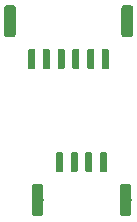
<source format=gbr>
G04 #@! TF.GenerationSoftware,KiCad,Pcbnew,(5.1.0-0)*
G04 #@! TF.CreationDate,2019-06-19T09:49:27-07:00*
G04 #@! TF.ProjectId,differential_i2c,64696666-6572-4656-9e74-69616c5f6932,rev?*
G04 #@! TF.SameCoordinates,Original*
G04 #@! TF.FileFunction,Paste,Top*
G04 #@! TF.FilePolarity,Positive*
%FSLAX46Y46*%
G04 Gerber Fmt 4.6, Leading zero omitted, Abs format (unit mm)*
G04 Created by KiCad (PCBNEW (5.1.0-0)) date 2019-06-19 09:49:27*
%MOMM*%
%LPD*%
G04 APERTURE LIST*
%ADD10C,0.100000*%
%ADD11C,1.000000*%
%ADD12C,0.600000*%
G04 APERTURE END LIST*
D10*
G36*
X119099504Y-60701204D02*
G01*
X119123773Y-60704804D01*
X119147571Y-60710765D01*
X119170671Y-60719030D01*
X119192849Y-60729520D01*
X119213893Y-60742133D01*
X119233598Y-60756747D01*
X119251777Y-60773223D01*
X119268253Y-60791402D01*
X119282867Y-60811107D01*
X119295480Y-60832151D01*
X119305970Y-60854329D01*
X119314235Y-60877429D01*
X119320196Y-60901227D01*
X119323796Y-60925496D01*
X119325000Y-60950000D01*
X119325000Y-63150000D01*
X119323796Y-63174504D01*
X119320196Y-63198773D01*
X119314235Y-63222571D01*
X119305970Y-63245671D01*
X119295480Y-63267849D01*
X119282867Y-63288893D01*
X119268253Y-63308598D01*
X119251777Y-63326777D01*
X119233598Y-63343253D01*
X119213893Y-63357867D01*
X119192849Y-63370480D01*
X119170671Y-63380970D01*
X119147571Y-63389235D01*
X119123773Y-63395196D01*
X119099504Y-63398796D01*
X119075000Y-63400000D01*
X118575000Y-63400000D01*
X118550496Y-63398796D01*
X118526227Y-63395196D01*
X118502429Y-63389235D01*
X118479329Y-63380970D01*
X118457151Y-63370480D01*
X118436107Y-63357867D01*
X118416402Y-63343253D01*
X118398223Y-63326777D01*
X118381747Y-63308598D01*
X118367133Y-63288893D01*
X118354520Y-63267849D01*
X118344030Y-63245671D01*
X118335765Y-63222571D01*
X118329804Y-63198773D01*
X118326204Y-63174504D01*
X118325000Y-63150000D01*
X118325000Y-60950000D01*
X118326204Y-60925496D01*
X118329804Y-60901227D01*
X118335765Y-60877429D01*
X118344030Y-60854329D01*
X118354520Y-60832151D01*
X118367133Y-60811107D01*
X118381747Y-60791402D01*
X118398223Y-60773223D01*
X118416402Y-60756747D01*
X118436107Y-60742133D01*
X118457151Y-60729520D01*
X118479329Y-60719030D01*
X118502429Y-60710765D01*
X118526227Y-60704804D01*
X118550496Y-60701204D01*
X118575000Y-60700000D01*
X119075000Y-60700000D01*
X119099504Y-60701204D01*
X119099504Y-60701204D01*
G37*
D11*
X118825000Y-62050000D03*
D10*
G36*
X111649504Y-60701204D02*
G01*
X111673773Y-60704804D01*
X111697571Y-60710765D01*
X111720671Y-60719030D01*
X111742849Y-60729520D01*
X111763893Y-60742133D01*
X111783598Y-60756747D01*
X111801777Y-60773223D01*
X111818253Y-60791402D01*
X111832867Y-60811107D01*
X111845480Y-60832151D01*
X111855970Y-60854329D01*
X111864235Y-60877429D01*
X111870196Y-60901227D01*
X111873796Y-60925496D01*
X111875000Y-60950000D01*
X111875000Y-63150000D01*
X111873796Y-63174504D01*
X111870196Y-63198773D01*
X111864235Y-63222571D01*
X111855970Y-63245671D01*
X111845480Y-63267849D01*
X111832867Y-63288893D01*
X111818253Y-63308598D01*
X111801777Y-63326777D01*
X111783598Y-63343253D01*
X111763893Y-63357867D01*
X111742849Y-63370480D01*
X111720671Y-63380970D01*
X111697571Y-63389235D01*
X111673773Y-63395196D01*
X111649504Y-63398796D01*
X111625000Y-63400000D01*
X111125000Y-63400000D01*
X111100496Y-63398796D01*
X111076227Y-63395196D01*
X111052429Y-63389235D01*
X111029329Y-63380970D01*
X111007151Y-63370480D01*
X110986107Y-63357867D01*
X110966402Y-63343253D01*
X110948223Y-63326777D01*
X110931747Y-63308598D01*
X110917133Y-63288893D01*
X110904520Y-63267849D01*
X110894030Y-63245671D01*
X110885765Y-63222571D01*
X110879804Y-63198773D01*
X110876204Y-63174504D01*
X110875000Y-63150000D01*
X110875000Y-60950000D01*
X110876204Y-60925496D01*
X110879804Y-60901227D01*
X110885765Y-60877429D01*
X110894030Y-60854329D01*
X110904520Y-60832151D01*
X110917133Y-60811107D01*
X110931747Y-60791402D01*
X110948223Y-60773223D01*
X110966402Y-60756747D01*
X110986107Y-60742133D01*
X111007151Y-60729520D01*
X111029329Y-60719030D01*
X111052429Y-60710765D01*
X111076227Y-60704804D01*
X111100496Y-60701204D01*
X111125000Y-60700000D01*
X111625000Y-60700000D01*
X111649504Y-60701204D01*
X111649504Y-60701204D01*
G37*
D11*
X111375000Y-62050000D03*
D10*
G36*
X117139703Y-58000722D02*
G01*
X117154264Y-58002882D01*
X117168543Y-58006459D01*
X117182403Y-58011418D01*
X117195710Y-58017712D01*
X117208336Y-58025280D01*
X117220159Y-58034048D01*
X117231066Y-58043934D01*
X117240952Y-58054841D01*
X117249720Y-58066664D01*
X117257288Y-58079290D01*
X117263582Y-58092597D01*
X117268541Y-58106457D01*
X117272118Y-58120736D01*
X117274278Y-58135297D01*
X117275000Y-58150000D01*
X117275000Y-59550000D01*
X117274278Y-59564703D01*
X117272118Y-59579264D01*
X117268541Y-59593543D01*
X117263582Y-59607403D01*
X117257288Y-59620710D01*
X117249720Y-59633336D01*
X117240952Y-59645159D01*
X117231066Y-59656066D01*
X117220159Y-59665952D01*
X117208336Y-59674720D01*
X117195710Y-59682288D01*
X117182403Y-59688582D01*
X117168543Y-59693541D01*
X117154264Y-59697118D01*
X117139703Y-59699278D01*
X117125000Y-59700000D01*
X116825000Y-59700000D01*
X116810297Y-59699278D01*
X116795736Y-59697118D01*
X116781457Y-59693541D01*
X116767597Y-59688582D01*
X116754290Y-59682288D01*
X116741664Y-59674720D01*
X116729841Y-59665952D01*
X116718934Y-59656066D01*
X116709048Y-59645159D01*
X116700280Y-59633336D01*
X116692712Y-59620710D01*
X116686418Y-59607403D01*
X116681459Y-59593543D01*
X116677882Y-59579264D01*
X116675722Y-59564703D01*
X116675000Y-59550000D01*
X116675000Y-58150000D01*
X116675722Y-58135297D01*
X116677882Y-58120736D01*
X116681459Y-58106457D01*
X116686418Y-58092597D01*
X116692712Y-58079290D01*
X116700280Y-58066664D01*
X116709048Y-58054841D01*
X116718934Y-58043934D01*
X116729841Y-58034048D01*
X116741664Y-58025280D01*
X116754290Y-58017712D01*
X116767597Y-58011418D01*
X116781457Y-58006459D01*
X116795736Y-58002882D01*
X116810297Y-58000722D01*
X116825000Y-58000000D01*
X117125000Y-58000000D01*
X117139703Y-58000722D01*
X117139703Y-58000722D01*
G37*
D12*
X116975000Y-58850000D03*
D10*
G36*
X115889703Y-58000722D02*
G01*
X115904264Y-58002882D01*
X115918543Y-58006459D01*
X115932403Y-58011418D01*
X115945710Y-58017712D01*
X115958336Y-58025280D01*
X115970159Y-58034048D01*
X115981066Y-58043934D01*
X115990952Y-58054841D01*
X115999720Y-58066664D01*
X116007288Y-58079290D01*
X116013582Y-58092597D01*
X116018541Y-58106457D01*
X116022118Y-58120736D01*
X116024278Y-58135297D01*
X116025000Y-58150000D01*
X116025000Y-59550000D01*
X116024278Y-59564703D01*
X116022118Y-59579264D01*
X116018541Y-59593543D01*
X116013582Y-59607403D01*
X116007288Y-59620710D01*
X115999720Y-59633336D01*
X115990952Y-59645159D01*
X115981066Y-59656066D01*
X115970159Y-59665952D01*
X115958336Y-59674720D01*
X115945710Y-59682288D01*
X115932403Y-59688582D01*
X115918543Y-59693541D01*
X115904264Y-59697118D01*
X115889703Y-59699278D01*
X115875000Y-59700000D01*
X115575000Y-59700000D01*
X115560297Y-59699278D01*
X115545736Y-59697118D01*
X115531457Y-59693541D01*
X115517597Y-59688582D01*
X115504290Y-59682288D01*
X115491664Y-59674720D01*
X115479841Y-59665952D01*
X115468934Y-59656066D01*
X115459048Y-59645159D01*
X115450280Y-59633336D01*
X115442712Y-59620710D01*
X115436418Y-59607403D01*
X115431459Y-59593543D01*
X115427882Y-59579264D01*
X115425722Y-59564703D01*
X115425000Y-59550000D01*
X115425000Y-58150000D01*
X115425722Y-58135297D01*
X115427882Y-58120736D01*
X115431459Y-58106457D01*
X115436418Y-58092597D01*
X115442712Y-58079290D01*
X115450280Y-58066664D01*
X115459048Y-58054841D01*
X115468934Y-58043934D01*
X115479841Y-58034048D01*
X115491664Y-58025280D01*
X115504290Y-58017712D01*
X115517597Y-58011418D01*
X115531457Y-58006459D01*
X115545736Y-58002882D01*
X115560297Y-58000722D01*
X115575000Y-58000000D01*
X115875000Y-58000000D01*
X115889703Y-58000722D01*
X115889703Y-58000722D01*
G37*
D12*
X115725000Y-58850000D03*
D10*
G36*
X114639703Y-58000722D02*
G01*
X114654264Y-58002882D01*
X114668543Y-58006459D01*
X114682403Y-58011418D01*
X114695710Y-58017712D01*
X114708336Y-58025280D01*
X114720159Y-58034048D01*
X114731066Y-58043934D01*
X114740952Y-58054841D01*
X114749720Y-58066664D01*
X114757288Y-58079290D01*
X114763582Y-58092597D01*
X114768541Y-58106457D01*
X114772118Y-58120736D01*
X114774278Y-58135297D01*
X114775000Y-58150000D01*
X114775000Y-59550000D01*
X114774278Y-59564703D01*
X114772118Y-59579264D01*
X114768541Y-59593543D01*
X114763582Y-59607403D01*
X114757288Y-59620710D01*
X114749720Y-59633336D01*
X114740952Y-59645159D01*
X114731066Y-59656066D01*
X114720159Y-59665952D01*
X114708336Y-59674720D01*
X114695710Y-59682288D01*
X114682403Y-59688582D01*
X114668543Y-59693541D01*
X114654264Y-59697118D01*
X114639703Y-59699278D01*
X114625000Y-59700000D01*
X114325000Y-59700000D01*
X114310297Y-59699278D01*
X114295736Y-59697118D01*
X114281457Y-59693541D01*
X114267597Y-59688582D01*
X114254290Y-59682288D01*
X114241664Y-59674720D01*
X114229841Y-59665952D01*
X114218934Y-59656066D01*
X114209048Y-59645159D01*
X114200280Y-59633336D01*
X114192712Y-59620710D01*
X114186418Y-59607403D01*
X114181459Y-59593543D01*
X114177882Y-59579264D01*
X114175722Y-59564703D01*
X114175000Y-59550000D01*
X114175000Y-58150000D01*
X114175722Y-58135297D01*
X114177882Y-58120736D01*
X114181459Y-58106457D01*
X114186418Y-58092597D01*
X114192712Y-58079290D01*
X114200280Y-58066664D01*
X114209048Y-58054841D01*
X114218934Y-58043934D01*
X114229841Y-58034048D01*
X114241664Y-58025280D01*
X114254290Y-58017712D01*
X114267597Y-58011418D01*
X114281457Y-58006459D01*
X114295736Y-58002882D01*
X114310297Y-58000722D01*
X114325000Y-58000000D01*
X114625000Y-58000000D01*
X114639703Y-58000722D01*
X114639703Y-58000722D01*
G37*
D12*
X114475000Y-58850000D03*
D10*
G36*
X113389703Y-58000722D02*
G01*
X113404264Y-58002882D01*
X113418543Y-58006459D01*
X113432403Y-58011418D01*
X113445710Y-58017712D01*
X113458336Y-58025280D01*
X113470159Y-58034048D01*
X113481066Y-58043934D01*
X113490952Y-58054841D01*
X113499720Y-58066664D01*
X113507288Y-58079290D01*
X113513582Y-58092597D01*
X113518541Y-58106457D01*
X113522118Y-58120736D01*
X113524278Y-58135297D01*
X113525000Y-58150000D01*
X113525000Y-59550000D01*
X113524278Y-59564703D01*
X113522118Y-59579264D01*
X113518541Y-59593543D01*
X113513582Y-59607403D01*
X113507288Y-59620710D01*
X113499720Y-59633336D01*
X113490952Y-59645159D01*
X113481066Y-59656066D01*
X113470159Y-59665952D01*
X113458336Y-59674720D01*
X113445710Y-59682288D01*
X113432403Y-59688582D01*
X113418543Y-59693541D01*
X113404264Y-59697118D01*
X113389703Y-59699278D01*
X113375000Y-59700000D01*
X113075000Y-59700000D01*
X113060297Y-59699278D01*
X113045736Y-59697118D01*
X113031457Y-59693541D01*
X113017597Y-59688582D01*
X113004290Y-59682288D01*
X112991664Y-59674720D01*
X112979841Y-59665952D01*
X112968934Y-59656066D01*
X112959048Y-59645159D01*
X112950280Y-59633336D01*
X112942712Y-59620710D01*
X112936418Y-59607403D01*
X112931459Y-59593543D01*
X112927882Y-59579264D01*
X112925722Y-59564703D01*
X112925000Y-59550000D01*
X112925000Y-58150000D01*
X112925722Y-58135297D01*
X112927882Y-58120736D01*
X112931459Y-58106457D01*
X112936418Y-58092597D01*
X112942712Y-58079290D01*
X112950280Y-58066664D01*
X112959048Y-58054841D01*
X112968934Y-58043934D01*
X112979841Y-58034048D01*
X112991664Y-58025280D01*
X113004290Y-58017712D01*
X113017597Y-58011418D01*
X113031457Y-58006459D01*
X113045736Y-58002882D01*
X113060297Y-58000722D01*
X113075000Y-58000000D01*
X113375000Y-58000000D01*
X113389703Y-58000722D01*
X113389703Y-58000722D01*
G37*
D12*
X113225000Y-58850000D03*
D10*
G36*
X109299504Y-45551204D02*
G01*
X109323773Y-45554804D01*
X109347571Y-45560765D01*
X109370671Y-45569030D01*
X109392849Y-45579520D01*
X109413893Y-45592133D01*
X109433598Y-45606747D01*
X109451777Y-45623223D01*
X109468253Y-45641402D01*
X109482867Y-45661107D01*
X109495480Y-45682151D01*
X109505970Y-45704329D01*
X109514235Y-45727429D01*
X109520196Y-45751227D01*
X109523796Y-45775496D01*
X109525000Y-45800000D01*
X109525000Y-48000000D01*
X109523796Y-48024504D01*
X109520196Y-48048773D01*
X109514235Y-48072571D01*
X109505970Y-48095671D01*
X109495480Y-48117849D01*
X109482867Y-48138893D01*
X109468253Y-48158598D01*
X109451777Y-48176777D01*
X109433598Y-48193253D01*
X109413893Y-48207867D01*
X109392849Y-48220480D01*
X109370671Y-48230970D01*
X109347571Y-48239235D01*
X109323773Y-48245196D01*
X109299504Y-48248796D01*
X109275000Y-48250000D01*
X108775000Y-48250000D01*
X108750496Y-48248796D01*
X108726227Y-48245196D01*
X108702429Y-48239235D01*
X108679329Y-48230970D01*
X108657151Y-48220480D01*
X108636107Y-48207867D01*
X108616402Y-48193253D01*
X108598223Y-48176777D01*
X108581747Y-48158598D01*
X108567133Y-48138893D01*
X108554520Y-48117849D01*
X108544030Y-48095671D01*
X108535765Y-48072571D01*
X108529804Y-48048773D01*
X108526204Y-48024504D01*
X108525000Y-48000000D01*
X108525000Y-45800000D01*
X108526204Y-45775496D01*
X108529804Y-45751227D01*
X108535765Y-45727429D01*
X108544030Y-45704329D01*
X108554520Y-45682151D01*
X108567133Y-45661107D01*
X108581747Y-45641402D01*
X108598223Y-45623223D01*
X108616402Y-45606747D01*
X108636107Y-45592133D01*
X108657151Y-45579520D01*
X108679329Y-45569030D01*
X108702429Y-45560765D01*
X108726227Y-45554804D01*
X108750496Y-45551204D01*
X108775000Y-45550000D01*
X109275000Y-45550000D01*
X109299504Y-45551204D01*
X109299504Y-45551204D01*
G37*
D11*
X109025000Y-46900000D03*
D10*
G36*
X119249504Y-45551204D02*
G01*
X119273773Y-45554804D01*
X119297571Y-45560765D01*
X119320671Y-45569030D01*
X119342849Y-45579520D01*
X119363893Y-45592133D01*
X119383598Y-45606747D01*
X119401777Y-45623223D01*
X119418253Y-45641402D01*
X119432867Y-45661107D01*
X119445480Y-45682151D01*
X119455970Y-45704329D01*
X119464235Y-45727429D01*
X119470196Y-45751227D01*
X119473796Y-45775496D01*
X119475000Y-45800000D01*
X119475000Y-48000000D01*
X119473796Y-48024504D01*
X119470196Y-48048773D01*
X119464235Y-48072571D01*
X119455970Y-48095671D01*
X119445480Y-48117849D01*
X119432867Y-48138893D01*
X119418253Y-48158598D01*
X119401777Y-48176777D01*
X119383598Y-48193253D01*
X119363893Y-48207867D01*
X119342849Y-48220480D01*
X119320671Y-48230970D01*
X119297571Y-48239235D01*
X119273773Y-48245196D01*
X119249504Y-48248796D01*
X119225000Y-48250000D01*
X118725000Y-48250000D01*
X118700496Y-48248796D01*
X118676227Y-48245196D01*
X118652429Y-48239235D01*
X118629329Y-48230970D01*
X118607151Y-48220480D01*
X118586107Y-48207867D01*
X118566402Y-48193253D01*
X118548223Y-48176777D01*
X118531747Y-48158598D01*
X118517133Y-48138893D01*
X118504520Y-48117849D01*
X118494030Y-48095671D01*
X118485765Y-48072571D01*
X118479804Y-48048773D01*
X118476204Y-48024504D01*
X118475000Y-48000000D01*
X118475000Y-45800000D01*
X118476204Y-45775496D01*
X118479804Y-45751227D01*
X118485765Y-45727429D01*
X118494030Y-45704329D01*
X118504520Y-45682151D01*
X118517133Y-45661107D01*
X118531747Y-45641402D01*
X118548223Y-45623223D01*
X118566402Y-45606747D01*
X118586107Y-45592133D01*
X118607151Y-45579520D01*
X118629329Y-45569030D01*
X118652429Y-45560765D01*
X118676227Y-45554804D01*
X118700496Y-45551204D01*
X118725000Y-45550000D01*
X119225000Y-45550000D01*
X119249504Y-45551204D01*
X119249504Y-45551204D01*
G37*
D11*
X118975000Y-46900000D03*
D10*
G36*
X111039703Y-49250722D02*
G01*
X111054264Y-49252882D01*
X111068543Y-49256459D01*
X111082403Y-49261418D01*
X111095710Y-49267712D01*
X111108336Y-49275280D01*
X111120159Y-49284048D01*
X111131066Y-49293934D01*
X111140952Y-49304841D01*
X111149720Y-49316664D01*
X111157288Y-49329290D01*
X111163582Y-49342597D01*
X111168541Y-49356457D01*
X111172118Y-49370736D01*
X111174278Y-49385297D01*
X111175000Y-49400000D01*
X111175000Y-50800000D01*
X111174278Y-50814703D01*
X111172118Y-50829264D01*
X111168541Y-50843543D01*
X111163582Y-50857403D01*
X111157288Y-50870710D01*
X111149720Y-50883336D01*
X111140952Y-50895159D01*
X111131066Y-50906066D01*
X111120159Y-50915952D01*
X111108336Y-50924720D01*
X111095710Y-50932288D01*
X111082403Y-50938582D01*
X111068543Y-50943541D01*
X111054264Y-50947118D01*
X111039703Y-50949278D01*
X111025000Y-50950000D01*
X110725000Y-50950000D01*
X110710297Y-50949278D01*
X110695736Y-50947118D01*
X110681457Y-50943541D01*
X110667597Y-50938582D01*
X110654290Y-50932288D01*
X110641664Y-50924720D01*
X110629841Y-50915952D01*
X110618934Y-50906066D01*
X110609048Y-50895159D01*
X110600280Y-50883336D01*
X110592712Y-50870710D01*
X110586418Y-50857403D01*
X110581459Y-50843543D01*
X110577882Y-50829264D01*
X110575722Y-50814703D01*
X110575000Y-50800000D01*
X110575000Y-49400000D01*
X110575722Y-49385297D01*
X110577882Y-49370736D01*
X110581459Y-49356457D01*
X110586418Y-49342597D01*
X110592712Y-49329290D01*
X110600280Y-49316664D01*
X110609048Y-49304841D01*
X110618934Y-49293934D01*
X110629841Y-49284048D01*
X110641664Y-49275280D01*
X110654290Y-49267712D01*
X110667597Y-49261418D01*
X110681457Y-49256459D01*
X110695736Y-49252882D01*
X110710297Y-49250722D01*
X110725000Y-49250000D01*
X111025000Y-49250000D01*
X111039703Y-49250722D01*
X111039703Y-49250722D01*
G37*
D12*
X110875000Y-50100000D03*
D10*
G36*
X112289703Y-49250722D02*
G01*
X112304264Y-49252882D01*
X112318543Y-49256459D01*
X112332403Y-49261418D01*
X112345710Y-49267712D01*
X112358336Y-49275280D01*
X112370159Y-49284048D01*
X112381066Y-49293934D01*
X112390952Y-49304841D01*
X112399720Y-49316664D01*
X112407288Y-49329290D01*
X112413582Y-49342597D01*
X112418541Y-49356457D01*
X112422118Y-49370736D01*
X112424278Y-49385297D01*
X112425000Y-49400000D01*
X112425000Y-50800000D01*
X112424278Y-50814703D01*
X112422118Y-50829264D01*
X112418541Y-50843543D01*
X112413582Y-50857403D01*
X112407288Y-50870710D01*
X112399720Y-50883336D01*
X112390952Y-50895159D01*
X112381066Y-50906066D01*
X112370159Y-50915952D01*
X112358336Y-50924720D01*
X112345710Y-50932288D01*
X112332403Y-50938582D01*
X112318543Y-50943541D01*
X112304264Y-50947118D01*
X112289703Y-50949278D01*
X112275000Y-50950000D01*
X111975000Y-50950000D01*
X111960297Y-50949278D01*
X111945736Y-50947118D01*
X111931457Y-50943541D01*
X111917597Y-50938582D01*
X111904290Y-50932288D01*
X111891664Y-50924720D01*
X111879841Y-50915952D01*
X111868934Y-50906066D01*
X111859048Y-50895159D01*
X111850280Y-50883336D01*
X111842712Y-50870710D01*
X111836418Y-50857403D01*
X111831459Y-50843543D01*
X111827882Y-50829264D01*
X111825722Y-50814703D01*
X111825000Y-50800000D01*
X111825000Y-49400000D01*
X111825722Y-49385297D01*
X111827882Y-49370736D01*
X111831459Y-49356457D01*
X111836418Y-49342597D01*
X111842712Y-49329290D01*
X111850280Y-49316664D01*
X111859048Y-49304841D01*
X111868934Y-49293934D01*
X111879841Y-49284048D01*
X111891664Y-49275280D01*
X111904290Y-49267712D01*
X111917597Y-49261418D01*
X111931457Y-49256459D01*
X111945736Y-49252882D01*
X111960297Y-49250722D01*
X111975000Y-49250000D01*
X112275000Y-49250000D01*
X112289703Y-49250722D01*
X112289703Y-49250722D01*
G37*
D12*
X112125000Y-50100000D03*
D10*
G36*
X113539703Y-49250722D02*
G01*
X113554264Y-49252882D01*
X113568543Y-49256459D01*
X113582403Y-49261418D01*
X113595710Y-49267712D01*
X113608336Y-49275280D01*
X113620159Y-49284048D01*
X113631066Y-49293934D01*
X113640952Y-49304841D01*
X113649720Y-49316664D01*
X113657288Y-49329290D01*
X113663582Y-49342597D01*
X113668541Y-49356457D01*
X113672118Y-49370736D01*
X113674278Y-49385297D01*
X113675000Y-49400000D01*
X113675000Y-50800000D01*
X113674278Y-50814703D01*
X113672118Y-50829264D01*
X113668541Y-50843543D01*
X113663582Y-50857403D01*
X113657288Y-50870710D01*
X113649720Y-50883336D01*
X113640952Y-50895159D01*
X113631066Y-50906066D01*
X113620159Y-50915952D01*
X113608336Y-50924720D01*
X113595710Y-50932288D01*
X113582403Y-50938582D01*
X113568543Y-50943541D01*
X113554264Y-50947118D01*
X113539703Y-50949278D01*
X113525000Y-50950000D01*
X113225000Y-50950000D01*
X113210297Y-50949278D01*
X113195736Y-50947118D01*
X113181457Y-50943541D01*
X113167597Y-50938582D01*
X113154290Y-50932288D01*
X113141664Y-50924720D01*
X113129841Y-50915952D01*
X113118934Y-50906066D01*
X113109048Y-50895159D01*
X113100280Y-50883336D01*
X113092712Y-50870710D01*
X113086418Y-50857403D01*
X113081459Y-50843543D01*
X113077882Y-50829264D01*
X113075722Y-50814703D01*
X113075000Y-50800000D01*
X113075000Y-49400000D01*
X113075722Y-49385297D01*
X113077882Y-49370736D01*
X113081459Y-49356457D01*
X113086418Y-49342597D01*
X113092712Y-49329290D01*
X113100280Y-49316664D01*
X113109048Y-49304841D01*
X113118934Y-49293934D01*
X113129841Y-49284048D01*
X113141664Y-49275280D01*
X113154290Y-49267712D01*
X113167597Y-49261418D01*
X113181457Y-49256459D01*
X113195736Y-49252882D01*
X113210297Y-49250722D01*
X113225000Y-49250000D01*
X113525000Y-49250000D01*
X113539703Y-49250722D01*
X113539703Y-49250722D01*
G37*
D12*
X113375000Y-50100000D03*
D10*
G36*
X114789703Y-49250722D02*
G01*
X114804264Y-49252882D01*
X114818543Y-49256459D01*
X114832403Y-49261418D01*
X114845710Y-49267712D01*
X114858336Y-49275280D01*
X114870159Y-49284048D01*
X114881066Y-49293934D01*
X114890952Y-49304841D01*
X114899720Y-49316664D01*
X114907288Y-49329290D01*
X114913582Y-49342597D01*
X114918541Y-49356457D01*
X114922118Y-49370736D01*
X114924278Y-49385297D01*
X114925000Y-49400000D01*
X114925000Y-50800000D01*
X114924278Y-50814703D01*
X114922118Y-50829264D01*
X114918541Y-50843543D01*
X114913582Y-50857403D01*
X114907288Y-50870710D01*
X114899720Y-50883336D01*
X114890952Y-50895159D01*
X114881066Y-50906066D01*
X114870159Y-50915952D01*
X114858336Y-50924720D01*
X114845710Y-50932288D01*
X114832403Y-50938582D01*
X114818543Y-50943541D01*
X114804264Y-50947118D01*
X114789703Y-50949278D01*
X114775000Y-50950000D01*
X114475000Y-50950000D01*
X114460297Y-50949278D01*
X114445736Y-50947118D01*
X114431457Y-50943541D01*
X114417597Y-50938582D01*
X114404290Y-50932288D01*
X114391664Y-50924720D01*
X114379841Y-50915952D01*
X114368934Y-50906066D01*
X114359048Y-50895159D01*
X114350280Y-50883336D01*
X114342712Y-50870710D01*
X114336418Y-50857403D01*
X114331459Y-50843543D01*
X114327882Y-50829264D01*
X114325722Y-50814703D01*
X114325000Y-50800000D01*
X114325000Y-49400000D01*
X114325722Y-49385297D01*
X114327882Y-49370736D01*
X114331459Y-49356457D01*
X114336418Y-49342597D01*
X114342712Y-49329290D01*
X114350280Y-49316664D01*
X114359048Y-49304841D01*
X114368934Y-49293934D01*
X114379841Y-49284048D01*
X114391664Y-49275280D01*
X114404290Y-49267712D01*
X114417597Y-49261418D01*
X114431457Y-49256459D01*
X114445736Y-49252882D01*
X114460297Y-49250722D01*
X114475000Y-49250000D01*
X114775000Y-49250000D01*
X114789703Y-49250722D01*
X114789703Y-49250722D01*
G37*
D12*
X114625000Y-50100000D03*
D10*
G36*
X116039703Y-49250722D02*
G01*
X116054264Y-49252882D01*
X116068543Y-49256459D01*
X116082403Y-49261418D01*
X116095710Y-49267712D01*
X116108336Y-49275280D01*
X116120159Y-49284048D01*
X116131066Y-49293934D01*
X116140952Y-49304841D01*
X116149720Y-49316664D01*
X116157288Y-49329290D01*
X116163582Y-49342597D01*
X116168541Y-49356457D01*
X116172118Y-49370736D01*
X116174278Y-49385297D01*
X116175000Y-49400000D01*
X116175000Y-50800000D01*
X116174278Y-50814703D01*
X116172118Y-50829264D01*
X116168541Y-50843543D01*
X116163582Y-50857403D01*
X116157288Y-50870710D01*
X116149720Y-50883336D01*
X116140952Y-50895159D01*
X116131066Y-50906066D01*
X116120159Y-50915952D01*
X116108336Y-50924720D01*
X116095710Y-50932288D01*
X116082403Y-50938582D01*
X116068543Y-50943541D01*
X116054264Y-50947118D01*
X116039703Y-50949278D01*
X116025000Y-50950000D01*
X115725000Y-50950000D01*
X115710297Y-50949278D01*
X115695736Y-50947118D01*
X115681457Y-50943541D01*
X115667597Y-50938582D01*
X115654290Y-50932288D01*
X115641664Y-50924720D01*
X115629841Y-50915952D01*
X115618934Y-50906066D01*
X115609048Y-50895159D01*
X115600280Y-50883336D01*
X115592712Y-50870710D01*
X115586418Y-50857403D01*
X115581459Y-50843543D01*
X115577882Y-50829264D01*
X115575722Y-50814703D01*
X115575000Y-50800000D01*
X115575000Y-49400000D01*
X115575722Y-49385297D01*
X115577882Y-49370736D01*
X115581459Y-49356457D01*
X115586418Y-49342597D01*
X115592712Y-49329290D01*
X115600280Y-49316664D01*
X115609048Y-49304841D01*
X115618934Y-49293934D01*
X115629841Y-49284048D01*
X115641664Y-49275280D01*
X115654290Y-49267712D01*
X115667597Y-49261418D01*
X115681457Y-49256459D01*
X115695736Y-49252882D01*
X115710297Y-49250722D01*
X115725000Y-49250000D01*
X116025000Y-49250000D01*
X116039703Y-49250722D01*
X116039703Y-49250722D01*
G37*
D12*
X115875000Y-50100000D03*
D10*
G36*
X117289703Y-49250722D02*
G01*
X117304264Y-49252882D01*
X117318543Y-49256459D01*
X117332403Y-49261418D01*
X117345710Y-49267712D01*
X117358336Y-49275280D01*
X117370159Y-49284048D01*
X117381066Y-49293934D01*
X117390952Y-49304841D01*
X117399720Y-49316664D01*
X117407288Y-49329290D01*
X117413582Y-49342597D01*
X117418541Y-49356457D01*
X117422118Y-49370736D01*
X117424278Y-49385297D01*
X117425000Y-49400000D01*
X117425000Y-50800000D01*
X117424278Y-50814703D01*
X117422118Y-50829264D01*
X117418541Y-50843543D01*
X117413582Y-50857403D01*
X117407288Y-50870710D01*
X117399720Y-50883336D01*
X117390952Y-50895159D01*
X117381066Y-50906066D01*
X117370159Y-50915952D01*
X117358336Y-50924720D01*
X117345710Y-50932288D01*
X117332403Y-50938582D01*
X117318543Y-50943541D01*
X117304264Y-50947118D01*
X117289703Y-50949278D01*
X117275000Y-50950000D01*
X116975000Y-50950000D01*
X116960297Y-50949278D01*
X116945736Y-50947118D01*
X116931457Y-50943541D01*
X116917597Y-50938582D01*
X116904290Y-50932288D01*
X116891664Y-50924720D01*
X116879841Y-50915952D01*
X116868934Y-50906066D01*
X116859048Y-50895159D01*
X116850280Y-50883336D01*
X116842712Y-50870710D01*
X116836418Y-50857403D01*
X116831459Y-50843543D01*
X116827882Y-50829264D01*
X116825722Y-50814703D01*
X116825000Y-50800000D01*
X116825000Y-49400000D01*
X116825722Y-49385297D01*
X116827882Y-49370736D01*
X116831459Y-49356457D01*
X116836418Y-49342597D01*
X116842712Y-49329290D01*
X116850280Y-49316664D01*
X116859048Y-49304841D01*
X116868934Y-49293934D01*
X116879841Y-49284048D01*
X116891664Y-49275280D01*
X116904290Y-49267712D01*
X116917597Y-49261418D01*
X116931457Y-49256459D01*
X116945736Y-49252882D01*
X116960297Y-49250722D01*
X116975000Y-49250000D01*
X117275000Y-49250000D01*
X117289703Y-49250722D01*
X117289703Y-49250722D01*
G37*
D12*
X117125000Y-50100000D03*
M02*

</source>
